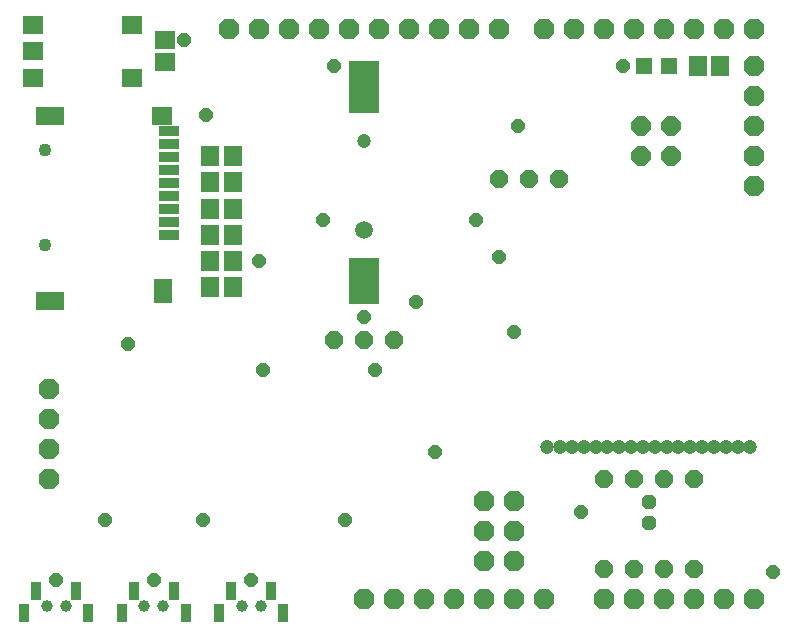
<source format=gts>
G75*
%MOIN*%
%OFA0B0*%
%FSLAX25Y25*%
%IPPOS*%
%LPD*%
%AMOC8*
5,1,8,0,0,1.08239X$1,22.5*
%
%ADD10OC8,0.06737*%
%ADD11R,0.07099X0.06312*%
%ADD12OC8,0.05950*%
%ADD13OC8,0.04769*%
%ADD14OC8,0.06800*%
%ADD15R,0.05524X0.05524*%
%ADD16R,0.06706X0.05918*%
%ADD17R,0.09855X0.17729*%
%ADD18R,0.09855X0.15209*%
%ADD19C,0.05918*%
%ADD20C,0.04737*%
%ADD21OC8,0.06400*%
%ADD22R,0.05918X0.06706*%
%ADD23R,0.07099X0.03556*%
%ADD24R,0.09461X0.06312*%
%ADD25R,0.06312X0.07887*%
%ADD26C,0.04343*%
%ADD27C,0.03950*%
%ADD28R,0.03600X0.06400*%
%ADD29OC8,0.06000*%
%ADD30OC8,0.04369*%
D10*
X0125305Y0015000D03*
X0135305Y0015000D03*
X0145305Y0015000D03*
X0155305Y0015000D03*
X0165305Y0015000D03*
X0175305Y0015000D03*
X0185305Y0015000D03*
X0205305Y0015000D03*
X0215305Y0015000D03*
X0225305Y0015000D03*
X0235305Y0015000D03*
X0245305Y0015000D03*
X0255305Y0015000D03*
X0255305Y0205000D03*
X0245305Y0205000D03*
X0235305Y0205000D03*
X0225305Y0205000D03*
X0215305Y0205000D03*
X0205305Y0205000D03*
X0195305Y0205000D03*
X0185305Y0205000D03*
X0170305Y0205000D03*
X0160305Y0205000D03*
X0150305Y0205000D03*
X0140305Y0205000D03*
X0130305Y0205000D03*
X0120305Y0205000D03*
X0110305Y0205000D03*
X0100305Y0205000D03*
X0090305Y0205000D03*
X0080305Y0205000D03*
D11*
X0048091Y0206358D03*
X0048091Y0188642D03*
X0057943Y0175906D03*
X0015020Y0188642D03*
X0015020Y0197500D03*
X0015020Y0206358D03*
D12*
X0115305Y0101250D03*
X0125305Y0101250D03*
X0135305Y0101250D03*
X0205305Y0055000D03*
X0215305Y0055000D03*
X0225305Y0055000D03*
X0235305Y0055000D03*
X0235305Y0025000D03*
X0225305Y0025000D03*
X0215305Y0025000D03*
X0205305Y0025000D03*
D13*
X0220305Y0040207D03*
X0220305Y0047293D03*
D14*
X0175305Y0047500D03*
X0165305Y0047500D03*
X0165305Y0037500D03*
X0165305Y0027500D03*
X0175305Y0027500D03*
X0175305Y0037500D03*
X0255305Y0152500D03*
X0255305Y0162500D03*
X0255305Y0172500D03*
X0255305Y0182500D03*
X0255305Y0192500D03*
X0020305Y0085000D03*
X0020305Y0075000D03*
X0020305Y0065000D03*
X0020305Y0055000D03*
D15*
X0218671Y0192500D03*
X0226939Y0192500D03*
D16*
X0059055Y0193760D03*
X0059055Y0201240D03*
D17*
X0125305Y0185692D03*
D18*
X0125305Y0120963D03*
D19*
X0125305Y0137874D03*
D20*
X0125305Y0167402D03*
X0186447Y0065630D03*
X0190581Y0065630D03*
X0194715Y0065630D03*
X0198652Y0065630D03*
X0202589Y0065630D03*
X0206526Y0065630D03*
X0210463Y0065630D03*
X0214400Y0065630D03*
X0218337Y0065630D03*
X0222274Y0065630D03*
X0226211Y0065630D03*
X0230148Y0065630D03*
X0234085Y0065630D03*
X0238022Y0065630D03*
X0241959Y0065630D03*
X0245896Y0065630D03*
X0250030Y0065630D03*
X0254163Y0065630D03*
D21*
X0227805Y0162500D03*
X0217805Y0162500D03*
X0217805Y0172500D03*
X0227805Y0172500D03*
D22*
X0236565Y0192500D03*
X0244045Y0192500D03*
X0081545Y0162500D03*
X0074065Y0162500D03*
X0074065Y0153750D03*
X0081545Y0153750D03*
X0081545Y0145000D03*
X0074065Y0145000D03*
X0074065Y0136250D03*
X0081545Y0136250D03*
X0081545Y0127500D03*
X0074065Y0127500D03*
X0074065Y0118750D03*
X0081545Y0118750D03*
D23*
X0060305Y0136142D03*
X0060305Y0140472D03*
X0060305Y0144803D03*
X0060305Y0149134D03*
X0060305Y0153465D03*
X0060305Y0157795D03*
X0060305Y0162126D03*
X0060305Y0166457D03*
X0060305Y0170787D03*
D24*
X0020541Y0175906D03*
X0020541Y0114094D03*
D25*
X0058337Y0117638D03*
D26*
X0018967Y0132992D03*
X0018967Y0164488D03*
D27*
X0019656Y0012500D03*
X0025955Y0012500D03*
X0052156Y0012500D03*
X0058455Y0012500D03*
X0084656Y0012500D03*
X0090955Y0012500D03*
D28*
X0012175Y0010138D03*
X0016112Y0017618D03*
X0029498Y0017618D03*
X0033435Y0010138D03*
X0044675Y0010138D03*
X0048612Y0017618D03*
X0061998Y0017618D03*
X0065935Y0010138D03*
X0077175Y0010138D03*
X0081112Y0017618D03*
X0094498Y0017618D03*
X0098435Y0010138D03*
D29*
X0170305Y0155000D03*
X0180305Y0155000D03*
X0190305Y0155000D03*
D30*
X0176555Y0172500D03*
X0211555Y0192500D03*
X0162805Y0141250D03*
X0170305Y0128750D03*
X0142805Y0113750D03*
X0125305Y0108750D03*
X0129055Y0091250D03*
X0149055Y0063750D03*
X0119055Y0041250D03*
X0087805Y0021250D03*
X0071555Y0041250D03*
X0055305Y0021250D03*
X0039055Y0041250D03*
X0022805Y0021250D03*
X0091555Y0091250D03*
X0090305Y0127500D03*
X0111555Y0141250D03*
X0072805Y0176250D03*
X0065305Y0201250D03*
X0115305Y0192500D03*
X0175305Y0103750D03*
X0197805Y0043750D03*
X0261555Y0023750D03*
X0046555Y0100000D03*
M02*

</source>
